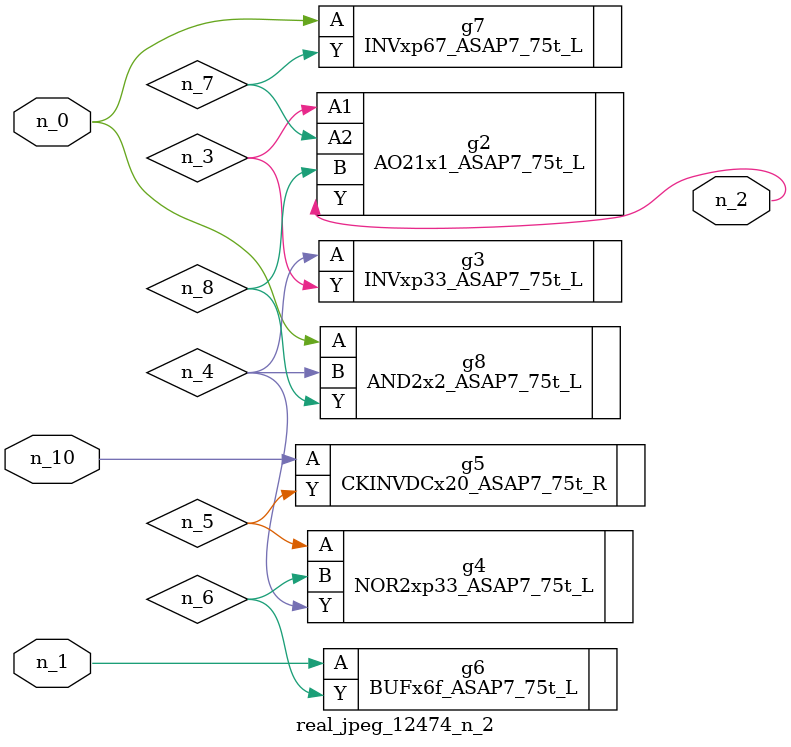
<source format=v>
module real_jpeg_12474_n_2 (n_1, n_10, n_0, n_2);

input n_1;
input n_10;
input n_0;

output n_2;

wire n_5;
wire n_4;
wire n_8;
wire n_6;
wire n_7;
wire n_3;

INVxp67_ASAP7_75t_L g7 ( 
.A(n_0),
.Y(n_7)
);

AND2x2_ASAP7_75t_L g8 ( 
.A(n_0),
.B(n_4),
.Y(n_8)
);

BUFx6f_ASAP7_75t_L g6 ( 
.A(n_1),
.Y(n_6)
);

AO21x1_ASAP7_75t_L g2 ( 
.A1(n_3),
.A2(n_7),
.B(n_8),
.Y(n_2)
);

INVxp33_ASAP7_75t_L g3 ( 
.A(n_4),
.Y(n_3)
);

NOR2xp33_ASAP7_75t_L g4 ( 
.A(n_5),
.B(n_6),
.Y(n_4)
);

CKINVDCx20_ASAP7_75t_R g5 ( 
.A(n_10),
.Y(n_5)
);


endmodule
</source>
